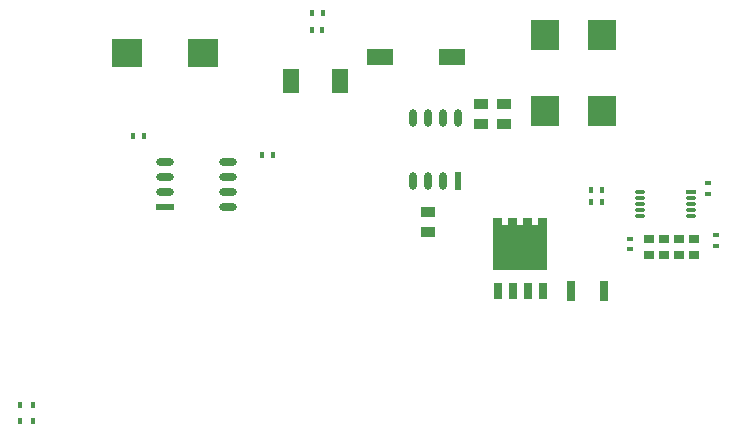
<source format=gbp>
G04*
G04 #@! TF.GenerationSoftware,Altium Limited,Altium Designer,22.4.2 (48)*
G04*
G04 Layer_Color=128*
%FSLAX25Y25*%
%MOIN*%
G70*
G04*
G04 #@! TF.SameCoordinates,8CA05075-6D7B-4B7B-A49F-257FEDEDD644*
G04*
G04*
G04 #@! TF.FilePolarity,Positive*
G04*
G01*
G75*
%ADD37R,0.02362X0.05984*%
%ADD38O,0.02362X0.05984*%
%ADD39R,0.09000X0.05500*%
%ADD40R,0.03000X0.06500*%
%ADD41R,0.03740X0.01200*%
%ADD42O,0.03740X0.01200*%
%ADD43O,0.05984X0.02362*%
%ADD44R,0.05984X0.02362*%
%ADD45R,0.09449X0.10236*%
%ADD46R,0.10236X0.09449*%
%ADD47R,0.02800X0.05400*%
%ADD48R,0.05512X0.08268*%
%ADD49R,0.02165X0.01772*%
%ADD50R,0.03543X0.02756*%
%ADD51R,0.01772X0.02165*%
%ADD52R,0.05118X0.03347*%
%ADD53R,0.01575X0.01968*%
G36*
X182689Y68100D02*
X164889D01*
Y85600D01*
X167689D01*
Y83300D01*
X169889D01*
Y85600D01*
X172689D01*
Y83300D01*
X174889D01*
Y85600D01*
X177689D01*
Y83300D01*
X179889D01*
Y85600D01*
X182689D01*
Y68100D01*
D02*
G37*
D37*
X153189Y97940D02*
D03*
D38*
X148189D02*
D03*
X143189D02*
D03*
X138189D02*
D03*
X153189Y118940D02*
D03*
X148189D02*
D03*
X143189D02*
D03*
X138189D02*
D03*
D39*
X151089Y139200D02*
D03*
X127089D02*
D03*
D40*
X201689Y61100D02*
D03*
X190689D02*
D03*
D41*
X230705Y94146D02*
D03*
D42*
Y92178D02*
D03*
Y90209D02*
D03*
Y88241D02*
D03*
Y86272D02*
D03*
X213658Y94146D02*
D03*
Y92178D02*
D03*
Y90209D02*
D03*
Y88241D02*
D03*
Y86272D02*
D03*
D43*
X76289Y104100D02*
D03*
Y99100D02*
D03*
Y94100D02*
D03*
Y89100D02*
D03*
X55289Y104100D02*
D03*
Y99100D02*
D03*
Y94100D02*
D03*
D44*
Y89100D02*
D03*
D45*
X201089Y121294D02*
D03*
Y146491D02*
D03*
X182017D02*
D03*
Y121294D02*
D03*
D46*
X68095Y140528D02*
D03*
X42898D02*
D03*
D47*
X181289Y82900D02*
D03*
X176289D02*
D03*
X171289D02*
D03*
X166289D02*
D03*
Y61100D02*
D03*
X171289D02*
D03*
X176289D02*
D03*
X181289D02*
D03*
D48*
X97321Y131100D02*
D03*
X113857D02*
D03*
D49*
X239189Y76128D02*
D03*
Y79672D02*
D03*
X236589Y93528D02*
D03*
Y97072D02*
D03*
X210458Y75038D02*
D03*
Y78581D02*
D03*
D50*
X221689Y73053D02*
D03*
Y78565D02*
D03*
X226689Y73053D02*
D03*
Y78565D02*
D03*
X231789Y73053D02*
D03*
Y78565D02*
D03*
X216858D02*
D03*
Y73053D02*
D03*
D51*
X44829Y112800D02*
D03*
X48373D02*
D03*
X91427Y106400D02*
D03*
X87883D02*
D03*
X197533Y90685D02*
D03*
X201076D02*
D03*
X197602Y94894D02*
D03*
X201145D02*
D03*
X107861Y148100D02*
D03*
X104317D02*
D03*
X108132Y153700D02*
D03*
X104589D02*
D03*
D52*
X168389Y123547D02*
D03*
Y116853D02*
D03*
X160889Y123547D02*
D03*
Y116853D02*
D03*
X143183Y87500D02*
D03*
Y80807D02*
D03*
D53*
X7089Y17925D02*
D03*
Y23043D02*
D03*
X11502D02*
D03*
Y17925D02*
D03*
M02*

</source>
